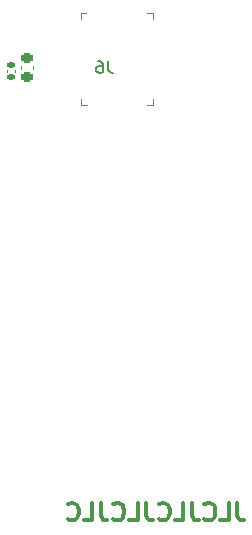
<source format=gbo>
G04 #@! TF.GenerationSoftware,KiCad,Pcbnew,8.0.4*
G04 #@! TF.CreationDate,2024-10-10T13:01:36-07:00*
G04 #@! TF.ProjectId,TelemetryComputer,54656c65-6d65-4747-9279-436f6d707574,rev?*
G04 #@! TF.SameCoordinates,Original*
G04 #@! TF.FileFunction,Legend,Bot*
G04 #@! TF.FilePolarity,Positive*
%FSLAX46Y46*%
G04 Gerber Fmt 4.6, Leading zero omitted, Abs format (unit mm)*
G04 Created by KiCad (PCBNEW 8.0.4) date 2024-10-10 13:01:36*
%MOMM*%
%LPD*%
G01*
G04 APERTURE LIST*
G04 Aperture macros list*
%AMRoundRect*
0 Rectangle with rounded corners*
0 $1 Rounding radius*
0 $2 $3 $4 $5 $6 $7 $8 $9 X,Y pos of 4 corners*
0 Add a 4 corners polygon primitive as box body*
4,1,4,$2,$3,$4,$5,$6,$7,$8,$9,$2,$3,0*
0 Add four circle primitives for the rounded corners*
1,1,$1+$1,$2,$3*
1,1,$1+$1,$4,$5*
1,1,$1+$1,$6,$7*
1,1,$1+$1,$8,$9*
0 Add four rect primitives between the rounded corners*
20,1,$1+$1,$2,$3,$4,$5,0*
20,1,$1+$1,$4,$5,$6,$7,0*
20,1,$1+$1,$6,$7,$8,$9,0*
20,1,$1+$1,$8,$9,$2,$3,0*%
G04 Aperture macros list end*
%ADD10C,0.300000*%
%ADD11C,0.150000*%
%ADD12C,0.120000*%
%ADD13C,0.100000*%
%ADD14C,1.524000*%
%ADD15C,0.990600*%
%ADD16R,1.900000X1.900000*%
%ADD17C,1.900000*%
%ADD18RoundRect,0.225000X-0.250000X0.225000X-0.250000X-0.225000X0.250000X-0.225000X0.250000X0.225000X0*%
%ADD19RoundRect,0.140000X-0.170000X0.140000X-0.170000X-0.140000X0.170000X-0.140000X0.170000X0.140000X0*%
%ADD20C,1.750000*%
G04 APERTURE END LIST*
D10*
X156866917Y-113350828D02*
X156866917Y-114422257D01*
X156866917Y-114422257D02*
X156938346Y-114636542D01*
X156938346Y-114636542D02*
X157081203Y-114779400D01*
X157081203Y-114779400D02*
X157295489Y-114850828D01*
X157295489Y-114850828D02*
X157438346Y-114850828D01*
X155438346Y-114850828D02*
X156152632Y-114850828D01*
X156152632Y-114850828D02*
X156152632Y-113350828D01*
X154081203Y-114707971D02*
X154152631Y-114779400D01*
X154152631Y-114779400D02*
X154366917Y-114850828D01*
X154366917Y-114850828D02*
X154509774Y-114850828D01*
X154509774Y-114850828D02*
X154724060Y-114779400D01*
X154724060Y-114779400D02*
X154866917Y-114636542D01*
X154866917Y-114636542D02*
X154938346Y-114493685D01*
X154938346Y-114493685D02*
X155009774Y-114207971D01*
X155009774Y-114207971D02*
X155009774Y-113993685D01*
X155009774Y-113993685D02*
X154938346Y-113707971D01*
X154938346Y-113707971D02*
X154866917Y-113565114D01*
X154866917Y-113565114D02*
X154724060Y-113422257D01*
X154724060Y-113422257D02*
X154509774Y-113350828D01*
X154509774Y-113350828D02*
X154366917Y-113350828D01*
X154366917Y-113350828D02*
X154152631Y-113422257D01*
X154152631Y-113422257D02*
X154081203Y-113493685D01*
X153009774Y-113350828D02*
X153009774Y-114422257D01*
X153009774Y-114422257D02*
X153081203Y-114636542D01*
X153081203Y-114636542D02*
X153224060Y-114779400D01*
X153224060Y-114779400D02*
X153438346Y-114850828D01*
X153438346Y-114850828D02*
X153581203Y-114850828D01*
X151581203Y-114850828D02*
X152295489Y-114850828D01*
X152295489Y-114850828D02*
X152295489Y-113350828D01*
X150224060Y-114707971D02*
X150295488Y-114779400D01*
X150295488Y-114779400D02*
X150509774Y-114850828D01*
X150509774Y-114850828D02*
X150652631Y-114850828D01*
X150652631Y-114850828D02*
X150866917Y-114779400D01*
X150866917Y-114779400D02*
X151009774Y-114636542D01*
X151009774Y-114636542D02*
X151081203Y-114493685D01*
X151081203Y-114493685D02*
X151152631Y-114207971D01*
X151152631Y-114207971D02*
X151152631Y-113993685D01*
X151152631Y-113993685D02*
X151081203Y-113707971D01*
X151081203Y-113707971D02*
X151009774Y-113565114D01*
X151009774Y-113565114D02*
X150866917Y-113422257D01*
X150866917Y-113422257D02*
X150652631Y-113350828D01*
X150652631Y-113350828D02*
X150509774Y-113350828D01*
X150509774Y-113350828D02*
X150295488Y-113422257D01*
X150295488Y-113422257D02*
X150224060Y-113493685D01*
X149152631Y-113350828D02*
X149152631Y-114422257D01*
X149152631Y-114422257D02*
X149224060Y-114636542D01*
X149224060Y-114636542D02*
X149366917Y-114779400D01*
X149366917Y-114779400D02*
X149581203Y-114850828D01*
X149581203Y-114850828D02*
X149724060Y-114850828D01*
X147724060Y-114850828D02*
X148438346Y-114850828D01*
X148438346Y-114850828D02*
X148438346Y-113350828D01*
X146366917Y-114707971D02*
X146438345Y-114779400D01*
X146438345Y-114779400D02*
X146652631Y-114850828D01*
X146652631Y-114850828D02*
X146795488Y-114850828D01*
X146795488Y-114850828D02*
X147009774Y-114779400D01*
X147009774Y-114779400D02*
X147152631Y-114636542D01*
X147152631Y-114636542D02*
X147224060Y-114493685D01*
X147224060Y-114493685D02*
X147295488Y-114207971D01*
X147295488Y-114207971D02*
X147295488Y-113993685D01*
X147295488Y-113993685D02*
X147224060Y-113707971D01*
X147224060Y-113707971D02*
X147152631Y-113565114D01*
X147152631Y-113565114D02*
X147009774Y-113422257D01*
X147009774Y-113422257D02*
X146795488Y-113350828D01*
X146795488Y-113350828D02*
X146652631Y-113350828D01*
X146652631Y-113350828D02*
X146438345Y-113422257D01*
X146438345Y-113422257D02*
X146366917Y-113493685D01*
X145295488Y-113350828D02*
X145295488Y-114422257D01*
X145295488Y-114422257D02*
X145366917Y-114636542D01*
X145366917Y-114636542D02*
X145509774Y-114779400D01*
X145509774Y-114779400D02*
X145724060Y-114850828D01*
X145724060Y-114850828D02*
X145866917Y-114850828D01*
X143866917Y-114850828D02*
X144581203Y-114850828D01*
X144581203Y-114850828D02*
X144581203Y-113350828D01*
X142509774Y-114707971D02*
X142581202Y-114779400D01*
X142581202Y-114779400D02*
X142795488Y-114850828D01*
X142795488Y-114850828D02*
X142938345Y-114850828D01*
X142938345Y-114850828D02*
X143152631Y-114779400D01*
X143152631Y-114779400D02*
X143295488Y-114636542D01*
X143295488Y-114636542D02*
X143366917Y-114493685D01*
X143366917Y-114493685D02*
X143438345Y-114207971D01*
X143438345Y-114207971D02*
X143438345Y-113993685D01*
X143438345Y-113993685D02*
X143366917Y-113707971D01*
X143366917Y-113707971D02*
X143295488Y-113565114D01*
X143295488Y-113565114D02*
X143152631Y-113422257D01*
X143152631Y-113422257D02*
X142938345Y-113350828D01*
X142938345Y-113350828D02*
X142795488Y-113350828D01*
X142795488Y-113350828D02*
X142581202Y-113422257D01*
X142581202Y-113422257D02*
X142509774Y-113493685D01*
D11*
X145933333Y-75954819D02*
X145933333Y-76669104D01*
X145933333Y-76669104D02*
X145980952Y-76811961D01*
X145980952Y-76811961D02*
X146076190Y-76907200D01*
X146076190Y-76907200D02*
X146219047Y-76954819D01*
X146219047Y-76954819D02*
X146314285Y-76954819D01*
X145028571Y-75954819D02*
X145219047Y-75954819D01*
X145219047Y-75954819D02*
X145314285Y-76002438D01*
X145314285Y-76002438D02*
X145361904Y-76050057D01*
X145361904Y-76050057D02*
X145457142Y-76192914D01*
X145457142Y-76192914D02*
X145504761Y-76383390D01*
X145504761Y-76383390D02*
X145504761Y-76764342D01*
X145504761Y-76764342D02*
X145457142Y-76859580D01*
X145457142Y-76859580D02*
X145409523Y-76907200D01*
X145409523Y-76907200D02*
X145314285Y-76954819D01*
X145314285Y-76954819D02*
X145123809Y-76954819D01*
X145123809Y-76954819D02*
X145028571Y-76907200D01*
X145028571Y-76907200D02*
X144980952Y-76859580D01*
X144980952Y-76859580D02*
X144933333Y-76764342D01*
X144933333Y-76764342D02*
X144933333Y-76526247D01*
X144933333Y-76526247D02*
X144980952Y-76431009D01*
X144980952Y-76431009D02*
X145028571Y-76383390D01*
X145028571Y-76383390D02*
X145123809Y-76335771D01*
X145123809Y-76335771D02*
X145314285Y-76335771D01*
X145314285Y-76335771D02*
X145409523Y-76383390D01*
X145409523Y-76383390D02*
X145457142Y-76431009D01*
X145457142Y-76431009D02*
X145504761Y-76526247D01*
D12*
X138540000Y-76640580D02*
X138540000Y-76359420D01*
X139560000Y-76640580D02*
X139560000Y-76359420D01*
X137340000Y-76902836D02*
X137340000Y-76687164D01*
X138060000Y-76902836D02*
X138060000Y-76687164D01*
D13*
X143605000Y-72400000D02*
X143605000Y-71900000D01*
X143605000Y-79200000D02*
X143605000Y-79700000D01*
X144055000Y-71900000D02*
X143605000Y-71900000D01*
X144105000Y-79700000D02*
X143605000Y-79700000D01*
X149255000Y-71900000D02*
X149755000Y-71900000D01*
X149255000Y-79700000D02*
X149755000Y-79700000D01*
X149755000Y-72400000D02*
X149755000Y-71900000D01*
X149755000Y-79200000D02*
X149755000Y-79700000D01*
%LPC*%
D14*
X158105000Y-76200000D03*
X158105000Y-78740000D03*
X158105000Y-81280000D03*
X158105000Y-83820000D03*
X158105000Y-86360000D03*
X158105000Y-88900000D03*
X158105000Y-91440000D03*
X158105000Y-93980000D03*
X158105000Y-96520000D03*
X158105000Y-99060000D03*
X158105000Y-101600000D03*
X158105000Y-104140000D03*
X158105000Y-106680000D03*
D15*
X142099992Y-112366399D03*
X150099992Y-112366399D03*
D14*
X137750000Y-115150000D03*
X135210000Y-115130000D03*
X137785000Y-73300000D03*
X140325000Y-73300000D03*
X142865000Y-73300000D03*
X145405000Y-73300000D03*
X147945000Y-73300000D03*
X150485000Y-73300000D03*
X153025000Y-73300000D03*
X155565000Y-73300000D03*
X135245000Y-76200000D03*
X135245000Y-78740000D03*
X135245000Y-81280000D03*
X135245000Y-83820000D03*
X135245000Y-86360000D03*
X135245000Y-88900000D03*
X135245000Y-91440000D03*
X135245000Y-93980000D03*
X135245000Y-96520000D03*
X135245000Y-99060000D03*
X135245000Y-101600000D03*
X135245000Y-104140000D03*
X135245000Y-106680000D03*
D16*
X140450000Y-79100000D03*
D17*
X140450000Y-81600000D03*
X140450000Y-84100000D03*
D18*
X139050000Y-75725000D03*
X139050000Y-77275000D03*
D19*
X137700000Y-76315000D03*
X137700000Y-77275000D03*
D20*
X145655000Y-78250000D03*
X147655000Y-78250000D03*
%LPD*%
M02*

</source>
